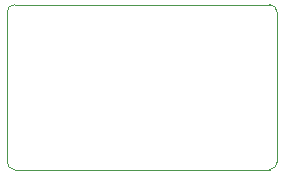
<source format=gbr>
G04 #@! TF.GenerationSoftware,KiCad,Pcbnew,9.0.2+dfsg-1*
G04 #@! TF.CreationDate,2025-05-31T07:41:50+08:00*
G04 #@! TF.ProjectId,i2c_led,6932635f-6c65-4642-9e6b-696361645f70,a*
G04 #@! TF.SameCoordinates,Original*
G04 #@! TF.FileFunction,Profile,NP*
%FSLAX46Y46*%
G04 Gerber Fmt 4.6, Leading zero omitted, Abs format (unit mm)*
G04 Created by KiCad (PCBNEW 9.0.2+dfsg-1) date 2025-05-31 07:41:50*
%MOMM*%
%LPD*%
G01*
G04 APERTURE LIST*
G04 #@! TA.AperFunction,Profile*
%ADD10C,0.050000*%
G04 #@! TD*
G04 APERTURE END LIST*
D10*
X134620000Y-103505000D02*
G75*
G02*
X133985000Y-102870000I0J635000D01*
G01*
X156845000Y-102870000D02*
G75*
G02*
X156210000Y-103505000I-635000J0D01*
G01*
X134620000Y-89535000D02*
X156210000Y-89535000D01*
X156210000Y-103505000D02*
X134620000Y-103505000D01*
X133985000Y-90170000D02*
G75*
G02*
X134620000Y-89535000I635000J0D01*
G01*
X133985000Y-102870000D02*
X133985000Y-90170000D01*
X156210000Y-89535000D02*
G75*
G02*
X156845000Y-90170000I0J-635000D01*
G01*
X156845000Y-90170000D02*
X156845000Y-102870000D01*
M02*

</source>
